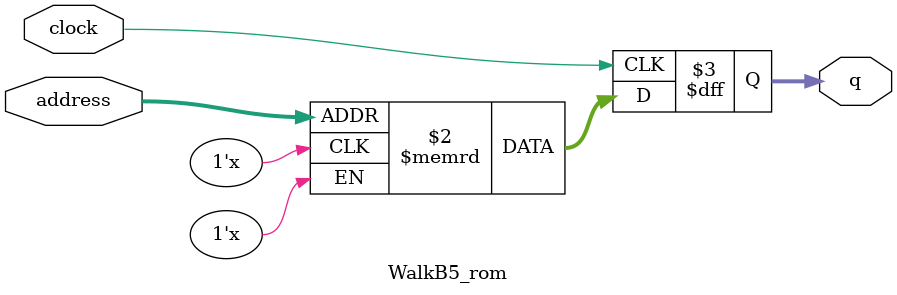
<source format=sv>
module WalkB5_rom (
	input logic clock,
	input logic [12:0] address,
	output logic [2:0] q
);

logic [2:0] memory [0:5399] /* synthesis ram_init_file = "./WalkB5/WalkB5.mif" */;

always_ff @ (posedge clock) begin
	q <= memory[address];
end

endmodule

</source>
